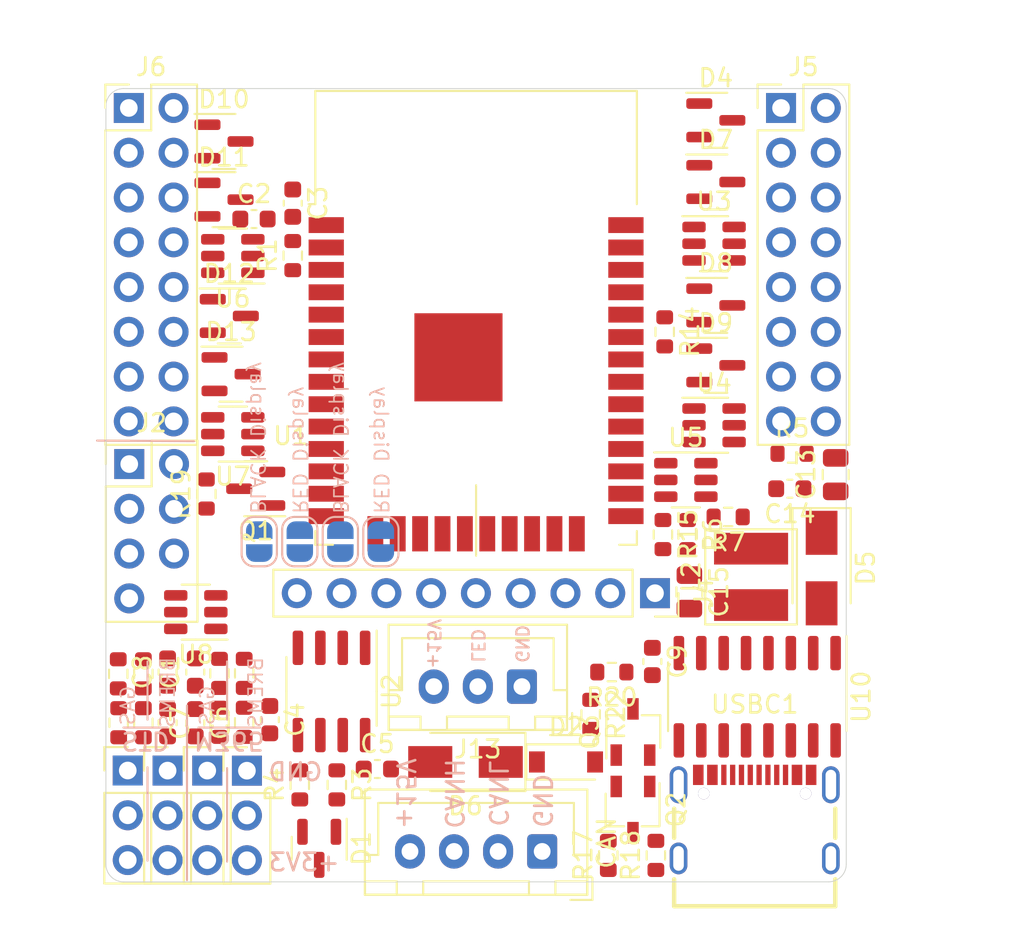
<source format=kicad_pcb>
(kicad_pcb (version 20211014) (generator pcbnew)
  (layers (0 "F.Cu" signal) (31 "B.Cu" signal) (34 "B.Paste" user) (35 "F.Paste" user) (36 "B.SilkS" user "B.Silkscreen") (37 "F.SilkS" user "F.Silkscreen") (38 "B.Mask" user) (39 "F.Mask" user) (44 "Edge.Cuts" user))
  (net 0 "")
  (net 1 "GND")
  (net 2 "+3V3")
  (net 3 "IO0")
  (net 4 "EN")
  (net 5 "ESP_TX")
  (net 6 "ESP_RX")
  (net 7 "TFT_SCLK")
  (net 8 "TFT_MOSI")
  (net 9 "TFT_DC")
  (net 10 "CS")
  (net 11 "RAW_GAS")
  (net 12 "RAW_BREMSE")
  (net 13 "TFT_RESET")
  (net 14 "TFT_LED")
  (net 15 "CAN_RX")
  (net 16 "CAN_TX")
  (net 17 "IO5")
  (net 18 "IO19")
  (net 19 "IO26")
  (net 20 "IO25")
  (net 21 "IO33")
  (net 22 "IO32")
  (net 30 "IN1")
  (net 31 "IN2")
  (net 32 "IN3")
  (net 33 "IN4")
  (net 34 "IO17")
  (net 35 "RAW_M365_GAS")
  (net 36 "RAW_M365_BREMS")
  (net 37 "15V")
  (net 38 "Net-(C5-Pad1)")
  (net 39 "Net-(C9-Pad2)")
  (net 40 "Net-(C14-Pad1)")
  (net 41 "Net-(C14-Pad2)")
  (net 42 "CANH")
  (net 43 "CANL")
  (net 44 "+5V")
  (net 45 "B1")
  (net 46 "B2")
  (net 47 "Net-(D6-Pad2)")
  (net 48 "B3")
  (net 49 "B4")
  (net 50 "B5")
  (net 51 "B6")
  (net 52 "B7")
  (net 53 "B8")
  (net 54 "B9")
  (net 55 "B10")
  (net 56 "B11")
  (net 57 "B12")
  (net 58 "B13")
  (net 59 "B14")
  (net 60 "B15")
  (net 61 "B16")
  (net 62 "Net-(J3-Pad2)")
  (net 63 "Net-(J4-Pad8)")
  (net 64 "TFT_MISO")
  (net 65 "Net-(J7-Pad2)")
  (net 66 "Net-(J8-Pad2)")
  (net 67 "Net-(J10-Pad2)")
  (net 68 "Net-(JP2-Pad2)")
  (net 69 "Net-(JP4-Pad2)")
  (net 70 "Net-(Q1-Pad1)")
  (net 71 "Net-(Q2-Pad1)")
  (net 72 "RTS")
  (net 73 "Net-(Q3-Pad1)")
  (net 74 "DTR")
  (net 75 "Net-(R5-Pad1)")
  (net 76 "Net-(R6-Pad1)")
  (net 77 "Net-(R17-Pad1)")
  (net 78 "Net-(R18-Pad2)")
  (net 80 "USB_DP")
  (net 81 "USB_DN")
  (footprint "RF_Module:ESP32-WROOM-32" (layer "F.Cu") (at 116 44)
    (fp_text reference "U1" (at -10.5 3.7 180) (layer "F.SilkS"))
    (fp_text value "ESP32-WROOM-32")
    (pad "1" smd rect locked (at -8.5 -8.255) (size 2 0.9) (layers "F.Cu" "F.Paste" "F.Mask") (net 1 "GND"))
    (pad "2" smd rect locked (at -8.5 -6.985) (size 2 0.9) (layers "F.Cu" "F.Paste" "F.Mask") (net 2 "+3V3"))
    (pad "3" smd rect locked (at -8.5 -5.715) (size 2 0.9) (layers "F.Cu" "F.Paste" "F.Mask") (net 4 "EN"))
    (pad "4" smd rect locked (at -8.5 -4.445) (size 2 0.9) (layers "F.Cu" "F.Paste" "F.Mask") (net 35 "RAW_M365_GAS"))
    (pad "5" smd rect locked (at -8.5 -3.175) (size 2 0.9) (layers "F.Cu" "F.Paste" "F.Mask") (net 36 "RAW_M365_BREMS"))
    (pad "6" smd rect locked (at -8.5 -1.905) (size 2 0.9) (layers "F.Cu" "F.Paste" "F.Mask") (net 11 "RAW_GAS"))
    (pad "7" smd rect locked (at -8.5 -0.635) (size 2 0.9) (layers "F.Cu" "F.Paste" "F.Mask") (net 12 "RAW_BREMSE"))
    (pad "8" smd rect locked (at -8.5 0.635) (size 2 0.9) (layers "F.Cu" "F.Paste" "F.Mask") (net 22 "IO32"))
    (pad "9" smd rect locked (at -8.5 1.905) (size 2 0.9) (layers "F.Cu" "F.Paste" "F.Mask") (net 21 "IO33"))
    (pad "10" smd rect locked (at -8.5 3.175) (size 2 0.9) (layers "F.Cu" "F.Paste" "F.Mask") (net 20 "IO25"))
    (pad "11" smd rect locked (at -8.5 4.445) (size 2 0.9) (layers "F.Cu" "F.Paste" "F.Mask") (net 19 "IO26"))
    (pad "12" smd rect locked (at -8.5 5.715) (size 2 0.9) (layers "F.Cu" "F.Paste" "F.Mask") (net 32 "IN3"))
    (pad "13" smd rect locked (at -8.5 6.985) (size 2 0.9) (layers "F.Cu" "F.Paste" "F.Mask") (net 10 "CS"))
    (pad "14" smd rect locked (at -8.5 8.255) (size 2 0.9) (layers "F.Cu" "F.Paste" "F.Mask") (net 9 "TFT_DC"))
    (pad "15" smd rect locked (at -5.715 9.255 90) (size 2 0.9) (layers "F.Cu" "F.Paste" "F.Mask") (net 1 "GND"))
    (pad "16" smd rect locked (at -4.445 9.255 90) (size 2 0.9) (layers "F.Cu" "F.Paste" "F.Mask") (net 8 "TFT_MOSI"))
    (pad "17" smd rect locked (at -3.175 9.255 90) (size 2 0.9) (layers "F.Cu" "F.Paste" "F.Mask"))
    (pad "18" smd rect locked (at -1.905 9.255 90) (size 2 0.9) (layers "F.Cu" "F.Paste" "F.Mask"))
    (pad "19" smd rect locked (at -0.635 9.255 90) (size 2 0.9) (layers "F.Cu" "F.Paste" "F.Mask"))
    (pad "20" smd rect locked (at 0.635 9.255 90) (size 2 0.9) (layers "F.Cu" "F.Paste" "F.Mask"))
    (pad "21" smd rect locked (at 1.905 9.255 90) (size 2 0.9) (layers "F.Cu" "F.Paste" "F.Mask"))
    (pad "22" smd rect locked (at 3.175 9.255 90) (size 2 0.9) (layers "F.Cu" "F.Paste" "F.Mask"))
    (pad "23" smd rect locked (at 4.445 9.255 90) (size 2 0.9) (layers "F.Cu" "F.Paste" "F.Mask") (net 7 "TFT_SCLK"))
    (pad "24" smd rect locked (at 5.715 9.255 90) (size 2 0.9) (layers "F.Cu" "F.Paste" "F.Mask") (net 13 "TFT_RESET"))
    (pad "25" smd rect locked (at 8.5 8.255) (size 2 0.9) (layers "F.Cu" "F.Paste" "F.Mask") (net 3 "IO0"))
    (pad "26" smd rect locked (at 8.5 6.985) (size 2 0.9) (layers "F.Cu" "F.Paste" "F.Mask") (net 30 "IN1"))
    (pad "27" smd rect locked (at 8.5 5.715) (size 2 0.9) (layers "F.Cu" "F.Paste" "F.Mask") (net 33 "IN4"))
    (pad "28" smd rect locked (at 8.5 4.445) (size 2 0.9) (layers "F.Cu" "F.Paste" "F.Mask") (net 34 "IO17"))
    (pad "29" smd rect locked (at 8.5 3.175) (size 2 0.9) (layers "F.Cu" "F.Paste" "F.Mask") (net 17 "IO5"))
    (pad "30" smd rect locked (at 8.5 1.905) (size 2 0.9) (layers "F.Cu" "F.Paste" "F.Mask") (net 31 "IN2"))
    (pad "31" smd rect locked (at 8.5 0.635) (size 2 0.9) (layers "F.Cu" "F.Paste" "F.Mask") (net 18 "IO19"))
    (pad "32" smd rect locked (at 8.5 -0.635) (size 2 0.9) (layers "F.Cu" "F.Paste" "F.Mask"))
    (pad "33" smd rect locked (at 8.5 -1.905) (size 2 0.9) (layers "F.Cu" "F.Paste" "F.Mask") (net 16 "CAN_TX"))
    (pad "34" smd rect locked (at 8.5 -3.175) (size 2 0.9) (layers "F.Cu" "F.Paste" "F.Mask") (net 6 "ESP_RX"))
    (pad "35" smd rect locked (at 8.5 -4.445) (size 2 0.9) (layers "F.Cu" "F.Paste" "F.Mask") (net 5 "ESP_TX"))
    (pad "36" smd rect locked (at 8.5 -5.715) (size 2 0.9) (layers "F.Cu" "F.Paste" "F.Mask") (net 15 "CAN_RX"))
    (pad "37" smd rect locked (at 8.5 -6.985) (size 2 0.9) (layers "F.Cu" "F.Paste" "F.Mask") (net 14 "TFT_LED"))
    (pad "38" smd rect locked (at 8.5 -8.255) (size 2 0.9) (layers "F.Cu" "F.Paste" "F.Mask") (net 1 "GND"))
    (pad "39" smd rect locked (at -1 -0.755) (size 5 5) (layers "F.Cu" "F.Paste" "F.Mask") (net 1 "GND"))
  )
  (footprint "Capacitor_SMD:C_0603_1608Metric" (layer "F.Cu") (at 104.3 63.8 -90)
    (fp_text reference "C4" (at 0 -1.43 90) (layer "F.SilkS"))
    (fp_text value "100n")
    (pad "1" smd roundrect (at -0.775 0 270) (size 0.9 0.95) (layers "F.Cu" "F.Paste" "F.Mask") (net 2 "+3V3"))
    (pad "2" smd roundrect (at 0.775 0 270) (size 0.9 0.95) (layers "F.Cu" "F.Paste" "F.Mask") (net 1 "GND"))
  )
  (footprint "Capacitor_SMD:C_0805_2012Metric" (layer "F.Cu") (at 136.4 49.9 90)
    (fp_text reference "C13" (at 0 -1.68 90) (layer "F.SilkS"))
    (fp_text value "22uF")
    (pad "1" smd roundrect (at -0.95 0 90) (size 1 1.45) (layers "F.Cu" "F.Paste" "F.Mask") (net 1 "GND"))
    (pad "2" smd roundrect (at 0.95 0 90) (size 1 1.45) (layers "F.Cu" "F.Paste" "F.Mask") (net 37 "15V"))
  )
  (footprint "Resistor_SMD:R_0603_1608Metric" (layer "F.Cu") (at 133.925 48.7)
    (fp_text reference "R5" (at 0 -1.43) (layer "F.SilkS"))
    (fp_text value "1k")
    (pad "1" smd roundrect (at -0.825 0) (size 0.8 0.95) (layers "F.Cu" "F.Paste" "F.Mask") (net 75 "Net-(R5-Pad1)"))
    (pad "2" smd roundrect (at 0.825 0) (size 0.8 0.95) (layers "F.Cu" "F.Paste" "F.Mask") (net 37 "15V"))
  )
  (footprint "Connector_PinHeader_2.54mm:PinHeader_1x03_P2.54mm_Vertical" (layer "F.Cu") (at 96.24 66.685)
    (fp_text reference "J3" hide)
    (fp_text value "GAS")
    (pad "1" thru_hole rect (at 0 0) (size 1.7 1.7) (drill 1) (layers *.Cu *.Mask) (net 1 "GND"))
    (pad "2" thru_hole oval (at 0 2.54) (size 1.7 1.7) (drill 1) (layers *.Cu *.Mask) (net 62 "Net-(J3-Pad2)"))
    (pad "3" thru_hole oval (at 0 5.08) (size 1.7 1.7) (drill 1) (layers *.Cu *.Mask) (net 2 "+3V3"))
  )
  (footprint "Package_TO_SOT_SMD:SOT-23" (layer "F.Cu") (at 102 40.9)
    (fp_text reference "D12" (at 0 -2.4) (layer "F.SilkS"))
    (fp_text value "BAV99")
    (pad "1" smd roundrect (at -0.9375 -0.95) (size 1.475 0.6) (layers "F.Cu" "F.Paste" "F.Mask") (net 58 "B13"))
    (pad "2" smd roundrect (at -0.9375 0.95) (size 1.475 0.6) (layers "F.Cu" "F.Paste" "F.Mask") (net 59 "B14"))
    (pad "3" smd roundrect (at 0.9375 0) (size 1.475 0.6) (layers "F.Cu" "F.Paste" "F.Mask") (net 18 "IO19"))
  )
  (footprint "Capacitor_SMD:C_0805_2012Metric" (layer "F.Cu") (at 128.1 56.549998 -90)
    (fp_text reference "C15" (at 0 -1.68 90) (layer "F.SilkS"))
    (fp_text value "22uF")
    (pad "1" smd roundrect (at -0.95 0 270) (size 1 1.45) (layers "F.Cu" "F.Paste" "F.Mask") (net 1 "GND"))
    (pad "2" smd roundrect (at 0.95 0 270) (size 1 1.45) (layers "F.Cu" "F.Paste" "F.Mask") (net 2 "+3V3"))
  )
  (footprint "Package_TO_SOT_SMD:TSOT-23" (layer "F.Cu") (at 124.9 64.5 90)
    (fp_text reference "Q3" (at 0 -2.45 90) (layer "F.SilkS"))
    (fp_text value "SS8050_C2150")
    (pad "1" smd rect (at -1.31 -0.95 90) (size 1.22 0.65) (layers "F.Cu" "F.Paste" "F.Mask") (net 73 "Net-(Q3-Pad1)"))
    (pad "2" smd rect (at -1.31 0.95 90) (size 1.22 0.65) (layers "F.Cu" "F.Paste" "F.Mask") (net 3 "IO0"))
    (pad "3" smd rect (at 1.31 0 90) (size 1.22 0.65) (layers "F.Cu" "F.Paste" "F.Mask") (net 74 "DTR"))
  )
  (footprint "Resistor_SMD:R_0603_1608Metric" (layer "F.Cu") (at 126.2 71.5 90)
    (fp_text reference "R18" (at 0 -1.43 90) (layer "F.SilkS"))
    (fp_text value "5k1")
    (pad "1" smd roundrect (at -0.825 0 90) (size 0.8 0.95) (layers "F.Cu" "F.Paste" "F.Mask") (net 1 "GND"))
    (pad "2" smd roundrect (at 0.825 0 90) (size 0.8 0.95) (layers "F.Cu" "F.Paste" "F.Mask") (net 78 "Net-(R18-Pad2)"))
  )
  (footprint "Package_TO_SOT_SMD:SOT-23-6" (layer "F.Cu") (at 102.2 37.5 180)
    (fp_text reference "U6" (at 0 -2.4) (layer "F.SilkS"))
    (fp_text value "USBLC6-4SC6")
    (pad "1" smd roundrect (at -1.1375 -0.95 180) (size 1.325 0.6) (layers "F.Cu" "F.Paste" "F.Mask") (net 54 "B9"))
    (pad "2" smd roundrect (at -1.1375 0 180) (size 1.325 0.6) (layers "F.Cu" "F.Paste" "F.Mask") (net 1 "GND"))
    (pad "3" smd roundrect (at -1.1375 0.95 180) (size 1.325 0.6) (layers "F.Cu" "F.Paste" "F.Mask") (net 55 "B10"))
    (pad "4" smd roundrect (at 1.1375 0.95 180) (size 1.325 0.6) (layers "F.Cu" "F.Paste" "F.Mask") (net 56 "B11"))
    (pad "5" smd roundrect (at 1.1375 0 180) (size 1.325 0.6) (layers "F.Cu" "F.Paste" "F.Mask") (net 2 "+3V3"))
    (pad "6" smd roundrect (at 1.1375 -0.95 180) (size 1.325 0.6) (layers "F.Cu" "F.Paste" "F.Mask") (net 57 "B12"))
  )
  (footprint "Resistor_SMD:R_0603_1608Metric" (layer "F.Cu") (at 102.845 61.175 90)
    (fp_text reference "R10" hide)
    (fp_text value "100k")
    (pad "1" smd roundrect (at -0.825 0 90) (size 0.8 0.95) (layers "F.Cu" "F.Paste" "F.Mask") (net 36 "RAW_M365_BREMS"))
    (pad "2" smd roundrect (at 0.825 0 90) (size 0.8 0.95) (layers "F.Cu" "F.Paste" "F.Mask") (net 1 "GND"))
  )
  (footprint "Resistor_SMD:R_0603_1608Metric" (layer "F.Cu") (at 101.445 63.95 -90)
    (fp_text reference "R11" hide)
    (fp_text value "100r")
    (pad "1" smd roundrect (at -0.825 0 270) (size 0.8 0.95) (layers "F.Cu" "F.Paste" "F.Mask") (net 35 "RAW_M365_GAS"))
    (pad "2" smd roundrect (at 0.825 0 270) (size 0.8 0.95) (layers "F.Cu" "F.Paste" "F.Mask") (net 66 "Net-(J8-Pad2)"))
  )
  (footprint "Connector_PinHeader_2.54mm:PinHeader_1x03_P2.54mm_Vertical" (layer "F.Cu") (at 100.75 66.69)
    (fp_text reference "J8" hide)
    (fp_text value "GAS")
    (pad "1" thru_hole rect (at 0 0) (size 1.7 1.7) (drill 1) (layers *.Cu *.Mask) (net 1 "GND"))
    (pad "2" thru_hole oval (at 0 2.54) (size 1.7 1.7) (drill 1) (layers *.Cu *.Mask) (net 66 "Net-(J8-Pad2)"))
    (pad "3" thru_hole oval (at 0 5.08) (size 1.7 1.7) (drill 1) (layers *.Cu *.Mask) (net 2 "+3V3"))
  )
  (footprint "Capacitor_SMD:C_0603_1608Metric" (layer "F.Cu") (at 105.6 34.5 -90)
    (fp_text reference "C3" (at 0 -1.43 90) (layer "F.SilkS"))
    (fp_text value "100n")
    (pad "1" smd roundrect (at -0.775 0 270) (size 0.9 0.95) (layers "F.Cu" "F.Paste" "F.Mask") (net 1 "GND"))
    (pad "2" smd roundrect (at 0.775 0 270) (size 0.9 0.95) (layers "F.Cu" "F.Paste" "F.Mask") (net 2 "+3V3"))
  )
  (footprint "Connector_PinHeader_2.54mm:PinHeader_2x08_P2.54mm_Vertical" (layer "F.Cu") (at 96.3 29.1)
    (fp_text reference "J6" (at 1.27 -2.33) (layer "F.SilkS"))
    (fp_text value "Conn_02x08_Odd_Even")
    (pad "1" thru_hole rect (at 0 0) (size 1.7 1.7) (drill 1) (layers *.Cu *.Mask) (net 32 "IN3"))
    (pad "2" thru_hole oval (at 2.54 0) (size 1.7 1.7) (drill 1) (layers *.Cu *.Mask) (net 54 "B9"))
    (pad "3" thru_hole oval (at 0 2.54) (size 1.7 1.7) (drill 1) (layers *.Cu *.Mask) (net 32 "IN3"))
    (pad "4" thru_hole oval (at 2.54 2.54) (size 1.7 1.7) (drill 1) (layers *.Cu *.Mask) (net 55 "B10"))
    (pad "5" thru_hole oval (at 0 5.08) (size 1.7 1.7) (drill 1) (layers *.Cu *.Mask) (net 32 "IN3"))
    (pad "6" thru_hole oval (at 2.54 5.08) (size 1.7 1.7) (drill 1) (layers *.Cu *.Mask) (net 56 "B11"))
    (pad "7" thru_hole oval (at 0 7.62) (size 1.7 1.7) (drill 1) (layers *.Cu *.Mask) (net 32 "IN3"))
    (pad "8" thru_hole oval (at 2.54 7.62) (size 1.7 1.7) (drill 1) (layers *.Cu *.Mask) (net 57 "B12"))
    (pad "9" thru_hole oval (at 0 10.16) (size 1.7 1.7) (drill 1) (layers *.Cu *.Mask) (net 33 "IN4"))
    (pad "10" thru_hole oval (at 2.54 10.16) (size 1.7 1.7) (drill 1) (layers *.Cu *.Mask) (net 58 "B13"))
    (pad "11" thru_hole oval (at 0 12.7) (size 1.7 1.7) (drill 1) (layers *.Cu *.Mask) (net 33 "IN4"))
    (pad "12" thru_hole oval (at 2.54 12.7) (size 1.7 1.7) (drill 1) (layers *.Cu *.Mask) (net 59 "B14"))
    (pad "13" thru_hole oval (at 0 15.24) (size 1.7 1.7) (drill 1) (layers *.Cu *.Mask) (net 33 "IN4"))
    (pad "14" thru_hole oval (at 2.54 15.24) (size 1.7 1.7) (drill 1) (layers *.Cu *.Mask) (net 60 "B15"))
    (pad "15" thru_hole oval (at 0 17.78) (size 1.7 1.7) (drill 1) (layers *.Cu *.Mask) (net 33 "IN4"))
    (pad "16" thru_hole oval (at 2.54 17.78) (size 1.7 1.7) (drill 1) (layers *.Cu *.Mask) (net 61 "B16"))
  )
  (footprint "Package_TO_SOT_SMD:SOT-23" (layer "F.Cu") (at 101.7 34.3)
    (fp_text reference "D11" (at 0 -2.4) (layer "F.SilkS"))
    (fp_text value "BAV99")
    (pad "1" smd roundrect (at -0.9375 -0.95) (size 1.475 0.6) (layers "F.Cu" "F.Paste" "F.Mask") (net 56 "B11"))
    (pad "2" smd roundrect (at -0.9375 0.95) (size 1.475 0.6) (layers "F.Cu" "F.Paste" "F.Mask") (net 57 "B12"))
    (pad "3" smd roundrect (at 0.9375 0) (size 1.475 0.6) (layers "F.Cu" "F.Paste" "F.Mask") (net 17 "IO5"))
  )
  (footprint "boardcomputer:PinHeader_2x04_P2.54mm_Vertical_7Pin" (layer "F.Cu") (at 96.325 49.3)
    (fp_text reference "J2" (at 1.27 -2.33) (layer "F.SilkS"))
    (fp_text value "IO2")
    (pad "1" thru_hole rect (at 0 0) (size 1.7 1.7) (drill 1) (layers *.Cu *.Mask) (net 2 "+3V3"))
    (pad "2" thru_hole oval (at 2.54 0) (size 1.7 1.7) (drill 1) (layers *.Cu *.Mask) (net 22 "IO32"))
    (pad "3" thru_hole oval (at 0 2.54) (size 1.7 1.7) (drill 1) (layers *.Cu *.Mask) (net 21 "IO33"))
    (pad "4" thru_hole oval (at 2.54 2.54) (size 1.7 1.7) (drill 1) (layers *.Cu *.Mask) (net 20 "IO25"))
    (pad "5" thru_hole oval (at 0 5.08) (size 1.7 1.7) (drill 1) (layers *.Cu *.Mask) (net 19 "IO26"))
    (pad "6" thru_hole oval (at 2.54 5.08) (size 1.7 1.7) (drill 1) (layers *.Cu *.Mask) (net 34 "IO17"))
    (pad "7" thru_hole oval (at 0 7.62) (size 1.7 1.7) (drill 1) (layers *.Cu *.Mask) (net 1 "GND"))
  )
  (footprint "Diode_SMD:D_SMA" (layer "F.Cu") (at 135.6 55.2 -90)
    (fp_text reference "D5" (at 0 -2.5 90) (layer "F.SilkS"))
    (fp_text value "B230A")
    (pad "1" smd rect (at -2 0 270) (size 2.5 1.8) (layers "F.Cu" "F.Paste" "F.Mask") (net 40 "Net-(C14-Pad1)"))
    (pad "2" smd rect (at 2 0 270) (size 2.5 1.8) (layers "F.Cu" "F.Paste" "F.Mask") (net 1 "GND"))
  )
  (footprint "Resistor_SMD:R_0603_1608Metric" (layer "F.Cu") (at 95.725 63.975 -90)
    (fp_text reference "R2" hide)
    (fp_text value "100r")
    (pad "1" smd roundrect (at -0.825 0 270) (size 0.8 0.95) (layers "F.Cu" "F.Paste" "F.Mask") (net 11 "RAW_GAS"))
    (pad "2" smd roundrect (at 0.825 0 270) (size 0.8 0.95) (layers "F.Cu" "F.Paste" "F.Mask") (net 62 "Net-(J3-Pad2)"))
  )
  (footprint "Capacitor_SMD:C_0603_1608Metric" (layer "F.Cu") (at 98.5 63.975 -90)
    (fp_text reference "C7" (at 0 -0.7 90) (layer "F.SilkS"))
    (fp_text value "100n")
    (pad "1" smd roundrect (at -0.775 0 270) (size 0.9 0.95) (layers "F.Cu" "F.Paste" "F.Mask") (net 1 "GND"))
    (pad "2" smd roundrect (at 0.775 0 270) (size 0.9 0.95) (layers "F.Cu" "F.Paste" "F.Mask") (net 11 "RAW_GAS"))
  )
  (footprint "Package_TO_SOT_SMD:SOT-23" (layer "F.Cu") (at 129.6 29.8)
    (fp_text reference "D4" (at 0 -2.4) (layer "F.SilkS"))
    (fp_text value "BAV99")
    (pad "1" smd roundrect (at -0.9375 -0.95) (size 1.475 0.6) (layers "F.Cu" "F.Paste" "F.Mask") (net 45 "B1"))
    (pad "2" smd roundrect (at -0.9375 0.95) (size 1.475 0.6) (layers "F.Cu" "F.Paste" "F.Mask") (net 46 "B2"))
    (pad "3" smd roundrect (at 0.9375 0) (size 1.475 0.6) (layers "F.Cu" "F.Paste" "F.Mask") (net 18 "IO19"))
  )
  (footprint "Package_TO_SOT_SMD:SOT-23" (layer "F.Cu") (at 102.1 44.2)
    (fp_text reference "D13" (at 0 -2.4) (layer "F.SilkS"))
    (fp_text value "BAV99")
    (pad "1" smd roundrect (at -0.9375 -0.95) (size 1.475 0.6) (layers "F.Cu" "F.Paste" "F.Mask") (net 60 "B15"))
    (pad "2" smd roundrect (at -0.9375 0.95) (size 1.475 0.6) (layers "F.Cu" "F.Paste" "F.Mask") (net 61 "B16"))
    (pad "3" smd roundrect (at 0.9375 0) (size 1.475 0.6) (layers "F.Cu" "F.Paste" "F.Mask") (net 17 "IO5"))
  )
  (footprint "Diode_SMD:D_SMA" (layer "F.Cu") (at 115.4 66.2 180)
    (fp_text reference "D6" (at 0 -2.5) (layer "F.SilkS"))
    (fp_text value "B230A")
    (pad "1" smd rect (at -2 0 180) (size 2.5 1.8) (layers "F.Cu" "F.Paste" "F.Mask") (net 37 "15V"))
    (pad "2" smd rect (at 2 0 180) (size 2.5 1.8) (layers "F.Cu" "F.Paste" "F.Mask") (net 47 "Net-(D6-Pad2)"))
  )
  (footprint "Resistor_SMD:R_0603_1608Metric" (layer "F.Cu") (at 126.7 41.8 -90)
    (fp_text reference "R14" (at 0 -1.43 90) (layer "F.SilkS"))
    (fp_text value "1k")
    (pad "1" smd roundrect (at -0.825 0 270) (size 0.8 0.95) (layers "F.Cu" "F.Paste" "F.Mask") (net 6 "ESP_RX"))
    (pad "2" smd roundrect (at 0.825 0 270) (size 0.8 0.95) (layers "F.Cu" "F.Paste" "F.Mask") (net 2 "+3V3"))
  )
  (footprint "Resistor_SMD:R_0603_1608Metric" (layer "F.Cu") (at 123.5 71.5 90)
    (fp_text reference "R17" (at 0 -1.43 90) (layer "F.SilkS"))
    (fp_text value "5k1")
    (pad "1" smd roundrect (at -0.825 0 90) (size 0.8 0.95) (layers "F.Cu" "F.Paste" "F.Mask") (net 77 "Net-(R17-Pad1)"))
    (pad "2" smd roundrect (at 0.825 0 90) (size 0.8 0.95) (layers "F.Cu" "F.Paste" "F.Mask") (net 1 "GND"))
  )
  (footprint "Package_TO_SOT_SMD:SOT-23-6" (layer "F.Cu") (at 129.5 36.8)
    (fp_text reference "U3" (at 0 -2.4) (layer "F.SilkS"))
    (fp_text value "USBLC6-4SC6")
    (pad "1" smd roundrect (at -1.1375 -0.95) (size 1.325 0.6) (layers "F.Cu" "F.Paste" "F.Mask") (net 45 "B1"))
    (pad "2" smd roundrect (at -1.1375 0) (size 1.325 0.6) (layers "F.Cu" "F.Paste" "F.Mask") (net 1 "GND"))
    (pad "3" smd roundrect (at -1.1375 0.95) (size 1.325 0.6) (layers "F.Cu" "F.Paste" "F.Mask") (net 46 "B2"))
    (pad "4" smd roundrect (at 1.1375 0.95) (size 1.325 0.6) (layers "F.Cu" "F.Paste" "F.Mask") (net 48 "B3"))
    (pad "5" smd roundrect (at 1.1375 0) (size 1.325 0.6) (layers "F.Cu" "F.Paste" "F.Mask") (net 2 "+3V3"))
    (pad "6" smd roundrect (at 1.1375 -0.95) (size 1.325 0.6) (layers "F.Cu" "F.Paste" "F.Mask") (net 49 "B4"))
  )
  (footprint "Package_TO_SOT_SMD:SOT-23" (layer "F.Cu") (at 129.6 33.3)
    (fp_text reference "D7" (at 0 -2.4) (layer "F.SilkS"))
    (fp_text value "BAV99")
    (pad "1" smd roundrect (at -0.9375 -0.95) (size 1.475 0.6) (layers "F.Cu" "F.Paste" "F.Mask") (net 48 "B3"))
    (pad "2" smd roundrect (at -0.9375 0.95) (size 1.475 0.6) (layers "F.Cu" "F.Paste" "F.Mask") (net 49 "B4"))
    (pad "3" smd roundrect (at 0.9375 0) (size 1.475 0.6) (layers "F.Cu" "F.Paste" "F.Mask") (net 17 "IO5"))
  )
  (footprint "Capacitor_SMD:C_0603_1608Metric" (layer "F.Cu") (at 110.4 66.6)
    (fp_text reference "C5" (at 0 -1.43) (layer "F.SilkS"))
    (fp_text value "100n")
    (pad "1" smd roundrect (at -0.775 0) (size 0.9 0.95) (layers "F.Cu" "F.Paste" "F.Mask") (net 38 "Net-(C5-Pad1)"))
    (pad "2" smd roundrect (at 0.775 0) (size 0.9 0.95) (layers "F.Cu" "F.Paste" "F.Mask") (net 1 "GND"))
  )
  (footprint "Capacitor_SMD:C_0603_1608Metric" (layer "F.Cu") (at 103.4 35.4)
    (fp_text reference "C2" (at 0 -1.43) (layer "F.SilkS"))
    (fp_text value "10u")
    (pad "1" smd roundrect (at -0.775 0) (size 0.9 0.95) (layers "F.Cu" "F.Paste" "F.Mask") (net 1 "GND"))
    (pad "2" smd roundrect (at 0.775 0) (size 0.9 0.95) (layers "F.Cu" "F.Paste" "F.Mask") (net 2 "+3V3"))
  )
  (footprint "Resistor_SMD:R_0603_1608Metric" (layer "F.Cu") (at 128 53.3 -90)
    (fp_text reference "R6" (at 0 -1.43 90) (layer "F.SilkS"))
    (fp_text value "49.9k")
    (pad "1" smd roundrect (at -0.825 0 270) (size 0.8 0.95) (layers "F.Cu" "F.Paste" "F.Mask") (net 76 "Net-(R6-Pad1)"))
    (pad "2" smd roundrect (at 0.825 0 270) (size 0.8 0.95) (layers "F.Cu" "F.Paste" "F.Mask") (net 2 "+3V3"))
  )
  (footprint "Capacitor_SMD:C_0603_1608Metric" (layer "F.Cu") (at 100.07 63.975 -90)
    (fp_text reference "C6" (at 0 -1.43 90) (layer "F.SilkS"))
    (fp_text value "100n")
    (pad "1" smd roundrect (at -0.775 0 270) (size 0.9 0.95) (layers "F.Cu" "F.Paste" "F.Mask") (net 1 "GND"))
    (pad "2" smd roundrect (at 0.775 0 270) (size 0.9 0.95) (layers "F.Cu" "F.Paste" "F.Mask") (net 36 "RAW_M365_BREMS"))
  )
  (footprint "Resistor_SMD:R_0603_1608Metric" (layer "F.Cu") (at 108.1 67.5 -90)
    (fp_text reference "R3" (at 0 -1.43 90) (layer "F.SilkS"))
    (fp_text value "56R")
    (pad "1" smd roundrect (at -0.825 0 270) (size 0.8 0.95) (layers "F.Cu" "F.Paste" "F.Mask") (net 42 "CANH"))
    (pad "2" smd roundrect (at 0.825 0 270) (size 0.8 0.95) (layers "F.Cu" "F.Paste" "F.Mask") (net 38 "Net-(C5-Pad1)"))
  )
  (footprint "Resistor_SMD:R_0603_1608Metric" (layer "F.Cu") (at 97.125 63.975 -90)
    (fp_text reference "R9" hide)
    (fp_text value "100r")
    (pad "1" smd roundrect (at -0.825 0 270) (size 0.8 0.95) (layers "F.Cu" "F.Paste" "F.Mask") (net 12 "RAW_BREMSE"))
    (pad "2" smd roundrect (at 0.825 0 270) (size 0.8 0.95) (layers "F.Cu" "F.Paste" "F.Mask") (net 65 "Net-(J7-Pad2)"))
  )
  (footprint "Connector_PinHeader_2.54mm:PinHeader_1x03_P2.54mm_Vertical" (layer "F.Cu") (at 98.5 66.69)
    (fp_text reference "J7" hide)
    (fp_text value "BREMSE")
    (pad "1" thru_hole rect (at 0 0) (size 1.7 1.7) (drill 1) (layers *.Cu *.Mask) (net 1 "GND"))
    (pad "2" thru_hole oval (at 0 2.54) (size 1.7 1.7) (drill 1) (layers *.Cu *.Mask) (net 65 "Net-(J7-Pad2)"))
    (pad "3" thru_hole oval (at 0 5.08) (size 1.7 1.7) (drill 1) (layers *.Cu *.Mask) (net 2 "+3V3"))
  )
  (footprint "Capacitor_SMD:C_0603_1608Metric" (layer "F.Cu") (at 100.07 61.1 90)
    (fp_text reference "C1" (at 0 -1.43 90) (layer "F.SilkS"))
    (fp_text value "100n")
    (pad "1" smd roundrect (at -0.775 0 90) (size 0.9 0.95) (layers "F.Cu" "F.Paste" "F.Mask") (net 1 "GND"))
    (pad "2" smd roundrect (at 0.775 0 90) (size 0.9 0.95) (layers "F.Cu" "F.Paste" "F.Mask") (net 35 "RAW_M365_GAS"))
  )
  (footprint "Capacitor_SMD:C_0603_1608Metric" (layer "F.Cu") (at 126 60.5 -90)
    (fp_text reference "C9" (at 0 -1.43 90) (layer "F.SilkS"))
    (fp_text value "100n")
    (pad "1" smd roundrect (at -0.775 0 270) (size 0.9 0.95) (layers "F.Cu" "F.Paste" "F.Mask") (net 1 "GND"))
    (pad "2" smd roundrect (at 0.775 0 270) (size 0.9 0.95) (layers "F.Cu" "F.Paste" "F.Mask") (net 39 "Net-(C9-Pad2)"))
  )
  (footprint "Package_SO:SOIC-8_3.9x4.9mm_P1.27mm" (layer "F.Cu") (at 107.8 62.2 -90)
    (fp_text reference "U2" (at 0 -3.4 90) (layer "F.SilkS"))
    (fp_text value "SN65HVD231")
    (pad "1" smd roundrect (at -2.475 -1.905 270) (size 1.95 0.6) (layers "F.Cu" "F.Paste" "F.Mask") (net 16 "CAN_TX"))
    (pad "2" smd roundrect (at -2.475 -0.635 270) (size 1.95 0.6) (layers "F.Cu" "F.Paste" "F.Mask") (net 1 "GND"))
    (pad "3" smd roundrect (at -2.475 0.635 270) (size 1.95 0.6) (layers "F.Cu" "F.Paste" "F.Mask") (net 2 "+3V3"))
    (pad "4" smd roundrect (at -2.475 1.905 270) (size 1.95 0.6) (layers "F.Cu" "F.Paste" "F.Mask") (net 15 "CAN_RX"))
    (pad "5" smd roundrect (at 2.475 1.905 270) (size 1.95 0.6) (layers "F.Cu" "F.Paste" "F.Mask"))
    (pad "6" smd roundrect (at 2.475 0.635 270) (size 1.95 0.6) (layers "F.Cu" "F.Paste" "F.Mask") (net 43 "CANL"))
    (pad "7" smd roundrect (at 2.475 -0.635 270) (size 1.95 0.6) (layers "F.Cu" "F.Paste" "F.Mask") (net 42 "CANH"))
    (pad "8" smd roundrect (at 2.475 -1.905 270) (size 1.95 0.6) (layers "F.Cu" "F.Paste" "F.Mask") (net 1 "GND"))
  )
  (footprint "Resistor_SMD:R_0603_1608Metric" (layer "F.Cu") (at 102.845 63.95 -90)
    (fp_text reference "R12" hide)
    (fp_text value "100r")
    (pad "1" smd roundrect (at -0.825 0 270) (size 0.8 0.95) (layers "F.Cu" "F.Paste" "F.Mask") (net 36 "RAW_M365_BREMS"))
    (pad "2" smd roundrect (at 0.825 0 270) (size 0.8 0.95) (layers "F.Cu" "F.Paste" "F.Mask") (net 67 "Net-(J10-Pad2)"))
  )
  (footprint "Package_TO_SOT_SMD:SOT-23-6" (layer "F.Cu") (at 127.9 50.2)
    (fp_text reference "U5" (at 0 -2.4) (layer "F.SilkS"))
    (fp_text value "MPM2359")
    (pad "1" smd roundrect (at -1.1375 -0.95) (size 1.325 0.6) (layers "F.Cu" "F.Paste" "F.Mask") (net 41 "Net-(C14-Pad2)"))
    (pad "2" smd roundrect (at -1.1375 0) (size 1.325 0.6) (layers "F.Cu" "F.Paste" "F.Mask") (net 1 "GND"))
    (pad "3" smd roundrect (at -1.1375 0.95) (size 1.325 0.6) (layers "F.Cu" "F.Paste" "F.Mask") (net 76 "Net-(R6-Pad1)"))
    (pad "4" smd roundrect (at 1.1375 0.95) (size 1.325 0.6) (layers "F.Cu" "F.Paste" "F.Mask") (net 75 "Net-(R5-Pad1)"))
    (pad "5" smd roundrect (at 1.1375 0) (size 1.325 0.6) (layers "F.Cu" "F.Paste" "F.Mask") (net 37 "15V"))
    (pad "6" smd roundrect (at 1.1375 -0.95) (size 1.325 0.6) (layers "F.Cu" "F.Paste" "F.Mask") (net 40 "Net-(C14-Pad1)"))
  )
  (footprint "Package_TO_SOT_SMD:SOT-23" (layer "F.Cu") (at 129.6 43.7)
    (fp_text reference "D9" (at 0 -2.4) (layer "F.SilkS"))
    (fp_text value "BAV99")
    (pad "1" smd roundrect (at -0.9375 -0.95) (size 1.475 0.6) (layers "F.Cu" "F.Paste" "F.Mask") (net 52 "B7"))
    (pad "2" smd roundrect (at -0.9375 0.95) (size 1.475 0.6) (layers "F.Cu" "F.Paste" "F.Mask") (net 53 "B8"))
    (pad "3" smd roundrect (at 0.9375 0) (size 1.475 0.6) (layers "F.Cu" "F.Paste" "F.Mask") (net 17 "IO5"))
  )
  (footprint "Capacitor_SMD:C_0603_1608Metric" (layer "F.Cu") (at 98.5 61.1 90)
    (fp_text reference "C8" (at 0 -1.43 90) (layer "F.SilkS"))
    (fp_text value "100n")
    (pad "1" smd roundrect (at -0.775 0 90) (size 0.9 0.95) (layers "F.Cu" "F.Paste" "F.Mask") (net 1 "GND"))
    (pad "2" smd roundrect (at 0.775 0 90) (size 0.9 0.95) (layers "F.Cu" "F.Paste" "F.Mask") (net 12 "RAW_BREMSE"))
  )
  (footprint "Resistor_SMD:R_0603_1608Metric" (layer "F.Cu") (at 101.445 61.175 90)
    (fp_text reference "R8" hide)
    (fp_text value "100k")
    (pad "1" smd roundrect (at -0.825 0 90) (size 0.8 0.95) (layers "F.Cu" "F.Paste" "F.Mask") (net 35 "RAW_M365_GAS"))
    (pad "2" smd roundrect (at 0.825 0 90) (size 0.8 0.95) (layers "F.Cu" "F.Paste" "F.Mask") (net 1 "GND"))
  )
  (footprint "Resistor_SMD:R_0603_1608Metric" (layer "F.Cu") (at 100.7 51 90)
    (fp_text reference "R19" (at 0 -1.43 90) (layer "F.SilkS"))
    (fp_text value "2k2")
    (pad "1" smd roundrect (at -0.825 0 90) (size 0.8 0.95) (layers "F.Cu" "F.Paste" "F.Mask") (net 70 "Net-(Q1-Pad1)"))
    (pad "2" smd roundrect (at 0.825 0 90) (size 0.8 0.95) (layers "F.Cu" "F.Paste" "F.Mask") (net 2 "+3V3"))
  )
  (footprint "usb_c_bobby:USB-C-SMD_MC-311D" (layer "F.Cu") (at 131.805 69.3025)
    (fp_text reference "USBC1" (at 0 -6.37) (layer "F.SilkS"))
    (fp_text value "MC-311D")
    (pad "" thru_hole circle locked (at 2.89 -1.31) (size 0.65 0.65) (drill 0.65) (layers *.Cu *.Mask))
    (pad "" thru_hole circle locked (at -2.89 -1.31) (size 0.65 0.65) (drill 0.65) (layers *.Cu *.Mask))
    (pad "1" thru_hole oval locked (at -4.32 -1.81) (size 1 2.1) (drill oval 0.599999 1.700022) (layers *.Cu *.Paste *.Mask) (net 1 "GND"))
    (pad "2" thru_hole oval locked (at -4.32 2.37) (size 1 1.8) (drill oval 0.599999 1.399997) (layers *.Cu *.Paste *.Mask) (net 1 "GND"))
    (pad "3" thru_hole oval locked (at 4.32 2.37) (size 1 1.8) (drill oval 0.599999 1.399997) (layers *.Cu *.Paste *.Mask) (net 1 "GND"))
    (pad "4" thru_hole oval locked (at 4.32 -1.81) (size 1 2.1) (drill oval 0.599999 1.699997) (layers *.Cu *.Paste *.Mask) (net 1 "GND"))
    (pad "A1-B12" smd rect locked (at -3.2 -2.37) (size 0.6 1.15) (layers "F.Cu" "F.Paste" "F.Mask") (net 1 "GND"))
    (pad "A4-B9" smd rect locked (at -2.4 -2.37) (size 0.6 1.15) (layers "F.Cu" "F.Paste" "F.Mask") (net 44 "+5V"))
    (pad "A5" smd rect locked (at -1.25 -2.37) (size 0.3 1.15) (layers "F.Cu" "F.Paste" "F.Mask") (net 77 "Net-(R17-Pad1)"))
    (pad "A6" smd rect locked (at -0.25 -2.37) (size 0.3 1.15) (layers "F.Cu" "F.Paste" "F.Mask") (net 80 "USB_DP"))
    (pad "A7" smd rect locked (at 0.25 -2.37) (size 0.3 1.15) (layers "F.Cu" "F.Paste" "F.Mask") (net 81 "USB_DN"))
    (pad "A8" smd rect locked (at 1.25 -2.37) (size 0.3 1.15) (layers "F.Cu" "F.Paste" "F.Mask"))
    (pad "B1-A12" smd rect locked (at 3.2 -2.37) (size 0.6 1.15) (layers "F.Cu" "F.Paste" "F.Mask") (net 1 "GND"))
    (pad "B4-A9" smd rect locked (at 2.4 -2.37) (size 0.6 1.15) (layers "F.Cu" "F.Paste" "F.Mask") (net 44 "+5V"))
    (pad "B5" smd rect locked (at 1.75 -2.37) (size 0.3 1.15) (layers "F.Cu" "F.Paste" "F.Mask") (net 78 "Net-(R18-Pad2)"))
    (pad "B6" smd rect locked (at 0.75 -2.37) (size 0.3 1.15) (layers "F.Cu" "F.Paste" "F.Mask") (net 80 "USB_DP"))
    (pad "B7" smd rect locked (at -0.75 -2.37) (size 0.3 1.15) (layers "F.Cu" "F.Paste" "F.Mask") (net 81 "USB_DN"))
    (pad "B8" smd rect locked (at -1.75 -2.37) (size 0.3 1.15) (layers "F.Cu" "F.Paste" "F.Mask"))
  )
  (footprint "Resistor_SMD:R_0603_1608Metric" (layer "F.Cu") (at 126.6 53.3 -90)
    (fp_text reference "R15" (at 0 -1.43 90) (layer "F.SilkS"))
    (fp_text value "10k")
    (pad "1" smd roundrect (at -0.825 0 270) (size 0.8 0.95) (layers "F.Cu" "F.Paste" "F.Mask") (net 3 "IO0"))
    (pad "2" smd roundrect (at 0.825 0 270) (size 0.8 0.95) (layers "F.Cu" "F.Paste" "F.Mask") (net 2 "+3V3"))
  )
  (footprint "Resistor_SMD:R_0603_1608Metric" (layer "F.Cu") (at 105.6 37.475001 90)
    (fp_text reference "R1" (at 0 -1.43 90) (layer "F.SilkS"))
    (fp_text value "10k")
    (pad "1" smd roundrect (at -0.825 0 90) (size 0.8 0.95) (layers "F.Cu" "F.Paste" "F.Mask") (net 4 "EN"))
    (pad "2" smd roundrect (at 0.825 0 90) (size 0.8 0.95) (layers "F.Cu" "F.Paste" "F.Mask") (net 2 "+3V3"))
  )
  (footprint "Resistor_SMD:R_0603_1608Metric" (layer "F.Cu") (at 95.7 61.2 90)
    (fp_text reference "R13" hide)
    (fp_text value "100k")
    (pad "1" smd roundrect (at -0.825 0 90) (size 0.8 0.95) (layers "F.Cu" "F.Paste" "F.Mask") (net 11 "RAW_GAS"))
    (pad "2" smd roundrect (at 0.825 0 90) (size 0.8 0.95) (layers "F.Cu" "F.Paste" "F.Mask") (net 1 "GND"))
  )
  (footprint "Package_SO:SOIC-16_3.9x9.9mm_P1.27mm" (layer "F.Cu") (at 131.95 62.5 -90)
    (fp_text reference "U10" (at 0 -5.9 90) (layer "F.SilkS"))
    (fp_text value "CH343G")
    (pad "1" smd roundrect (at -2.475 -4.445 270) (size 1.95 0.6) (layers "F.Cu" "F.Paste" "F.Mask") (net 1 "GND"))
    (pad "2" smd roundrect (at -2.475 -3.175 270) (size 1.95 0.6) (layers "F.Cu" "F.Paste" "F.Mask") (net 6 "ESP_RX"))
    (pad "3" smd roundrect (at -2.475 -1.905 270) (size 1.95 0.6) (layers "F.Cu" "F.Paste" "F.Mask") (net 5 "ESP_TX"))
    (pad "4" smd roundrect (at -2.475 -0.635 270) (size 1.95 0.6) (layers "F.Cu" "F.Paste" "F.Mask") (net 39 "Net-(C9-Pad2)"))
    (pad "5" smd roundrect (at -2.475 0.635 270) (size 1.95 0.6) (layers "F.Cu" "F.Paste" "F.Mask") (net 80 "USB_DP"))
    (pad "6" smd roundrect (at -2.475 1.905 270) (size 1.95 0.6) (layers "F.Cu" "F.Paste" "F.Mask") (net 81 "USB_DN"))
    (pad "7" smd roundrect (at -2.475 3.175 270) (size 1.95 0.6) (layers "F.Cu" "F.Paste" "F.Mask") (net 44 "+5V"))
    (pad "8" smd roundrect (at -2.475 4.445 270) (size 1.95 0.6) (layers "F.Cu" "F.Paste" "F.Mask"))
    (pad "9" smd roundrect (at 2.475 4.445 270) (size 1.95 0.6) (layers "F.Cu" "F.Paste" "F.Mask"))
    (pad "10" smd roundrect (at 2.475 3.175 270) (size 1.95 0.6) (layers "F.Cu" "F.Paste" "F.Mask") (net 74 "DTR"))
    (pad "11" smd roundrect (at 2.475 1.905 270) (size 1.95 0.6) (layers "F.Cu" "F.Paste" "F.Mask") (net 72 "RTS"))
    (pad "12" smd roundrect (at 2.475 0.635 270) (size 1.95 0.6) (layers "F.Cu" "F.Paste" "F.Mask"))
    (pad "13" smd roundrect (at 2.475 -0.635 270) (size 1.95 0.6) (layers "F.Cu" "F.Paste" "F.Mask"))
    (pad "14" smd roundrect (at 2.475 -1.905 270) (size 1.95 0.6) (layers "F.Cu" "F.Paste" "F.Mask"))
    (pad "15" smd roundrect (at 2.475 -3.175 270) (size 1.95 0.6) (layers "F.Cu" "F.Paste" "F.Mask") (net 2 "+3V3"))
    (pad "16" smd roundrect (at 2.475 -4.445 270) (size 1.95 0.6) (layers "F.Cu" "F.Paste" "F.Mask") (net 44 "+5V"))
  )
  (footprint "Connector_JST:JST_XH_B4B-XH-A_1x04_P2.50mm_Vertical" (layer "F.Cu") (at 119.75 71.275 180)
    (fp_text reference "J11" hide)
    (fp_text value "CAN2")
    (fp_text user "CAN" (at -3.65 0.475 90 unlocked) (layer "F.SilkS"))
    (pad "1" thru_hole roundrect (at 0 0 180) (size 1.7 1.95) (drill 0.95) (layers *.Cu *.Mask) (roundrect_rratio 0.147059) (net 1 "GND"))
    (pad "2" thru_hole oval (at 2.5 0 180) (size 1.7 1.95) (drill 0.95) (layers *.Cu *.Mask) (net 43 "CANL"))
    (pad "3" thru_hole oval (at 5 0 180) (size 1.7 1.95) (drill 0.95) (layers *.Cu *.Mask) (net 42 "CANH"))
    (pad "4" thru_hole oval (at 7.5 0 180) (size 1.7 1.95) (drill 0.95) (layers *.Cu *.Mask) (net 47 "Net-(D6-Pad2)"))
  )
  (footprint "Connector_PinSocket_2.54mm:PinSocket_1x09_P2.54mm_Vertical" (layer "F.Cu") (at 126.15 56.625 -90)
    (fp_text reference "J4" (at 0 -2.77 90) (layer "F.SilkS"))
    (fp_text value "TFT")
    (pad "1" thru_hole rect (at 0 0 270) (size 1.7 1.7) (drill 1) (layers *.Cu *.Mask) (net 2 "+3V3"))
    (pad "2" thru_hole oval (at 0 2.54 270) (size 1.7 1.7) (drill 1) (layers *.Cu *.Mask) (net 1 "GND"))
    (pad "3" thru_hole oval (at 0 5.08 270) (size 1.7 1.7) (drill 1) (layers *.Cu *.Mask) (net 10 "CS"))
    (pad "4" thru_hole oval (at 0 7.62 270) (size 1.7 1.7) (drill 1) (layers *.Cu *.Mask) (net 13 "TFT_RESET"))
    (pad "5" thru_hole oval (at 0 10.16 270) (size 1.7 1.7) (drill 1) (layers *.Cu *.Mask) (net 9 "TFT_DC"))
    (pad "6" thru_hole oval (at 0 12.7 270) (size 1.7 1.7) (drill 1) (layers *.Cu *.Mask) (net 8 "TFT_MOSI"))
    (pad "7" thru_hole oval (at 0 15.24 270) (size 1.7 1.7) (drill 1) (layers *.Cu *.Mask) (net 7 "TFT_SCLK"))
    (pad "8" thru_hole oval (at 0 17.78 270) (size 1.7 1.7) (drill 1) (layers *.Cu *.Mask) (net 63 "Net-(J4-Pad8)"))
    (pad "9" thru_hole oval (at 0 20.32 270) (size 1.7 1.7) (drill 1) (layers *.Cu *.Mask) (net 64 "TFT_MISO"))
  )
  (footprint "Package_TO_SOT_SMD:SOT-23-6" (layer "F.Cu") (at 100.1 57.7 180)
    (fp_text reference "U8" (at 0 -2.4) (layer "F.SilkS"))
    (fp_text value "USBLC6-4SC6")
    (pad "1" smd roundrect (at -1.1375 -0.95 180) (size 1.325 0.6) (layers "F.Cu" "F.Paste" "F.Mask") (net 11 "RAW_GAS"))
    (pad "2" smd roundrect (at -1.1375 0 180) (size 1.325 0.6) (layers "F.Cu" "F.Paste" "F.Mask") (net 1 "GND"))
    (pad "3" smd roundrect (at -1.1375 0.95 180) (size 1.325 0.6) (layers "F.Cu" "F.Paste" "F.Mask") (net 12 "RAW_BREMSE"))
    (pad "4" smd roundrect (at 1.1375 0.95 180) (size 1.325 0.6) (layers "F.Cu" "F.Paste" "F.Mask") (net 35 "RAW_M365_GAS"))
    (pad "5" smd roundrect (at 1.1375 0 180) (size 1.325 0.6) (layers "F.Cu" "F.Paste" "F.Mask") (net 2 "+3V3"))
    (pad "6" smd roundrect (at 1.1375 -0.95 180) (size 1.325 0.6) (layers "F.Cu" "F.Paste" "F.Mask") (net 36 "RAW_M365_BREMS"))
  )
  (footprint "Package_TO_SOT_SMD:SOT-23" (layer "F.Cu") (at 103.5 50.7 180)
    (fp_text reference "Q1" (at 0 -2.4) (layer "F.SilkS"))
    (fp_text value "SI2301CDS-T1-GE3")
    (pad "1" smd roundrect (at -0.9375 -0.95 180) (size 1.475 0.6) (layers "F.Cu" "F.Paste" "F.Mask") (net 70 "Net-(Q1-Pad1)"))
    (pad "2" smd roundrect (at -0.9375 0.95 180) (size 1.475 0.6) (layers "F.Cu" "F.Paste" "F.Mask") (net 68 "Net-(JP2-Pad2)"))
    (pad "3" smd roundrect (at 0.9375 0 180) (size 1.475 0.6) (layers "F.Cu" "F.Paste" "F.Mask") (net 69 "Net-(JP4-Pad2)"))
  )
  (footprint "Resistor_SMD:R_0603_1608Metric" (layer "F.Cu") (at 130.3 52.3 180)
    (fp_text reference "R7" (at 0 -1.43) (layer "F.SilkS"))
    (fp_text value "16.2k")
    (pad "1" smd roundrect (at -0.825 0 180) (size 0.8 0.95) (layers "F.Cu" "F.Paste" "F.Mask") (net 1 "GND"))
    (pad "2" smd roundrect (at 0.825 0 180) (size 0.8 0.95) (layers "F.Cu" "F.Paste" "F.Mask") (net 76 "Net-(R6-Pad1)"))
  )
  (footprint "Resistor_SMD:R_0603_1608Metric" (layer "F.Cu") (at 123.7 61.1 180)
    (fp_text reference "R20" (at 0 -1.43) (layer "F.SilkS"))
    (fp_text value "12k")
    (pad "1" smd roundrect (at -0.825 0 180) (size 0.8 0.95) (layers "F.Cu" "F.Paste" "F.Mask") (net 74 "DTR"))
    (pad "2" smd roundrect (at 0.825 0 180) (size 0.8 0.95) (layers "F.Cu" "F.Paste" "F.Mask") (net 71 "Net-(Q2-Pad1)"))
  )
  (footprint "Resistor_SMD:R_0603_1608Metric" (layer "F.Cu") (at 97.125 61.2 90)
    (fp_text reference "R16" hide)
    (fp_text value "100k")
    (pad "1" smd roundrect (at -0.825 0 90) (size 0.8 0.95) (layers "F.Cu" "F.Paste" "F.Mask") (net 12 "RAW_BREMSE"))
    (pad "2" smd roundrect (at 0.825 0 90) (size 0.8 0.95) (layers "F.Cu" "F.Paste" "F.Mask") (net 1 "GND"))
  )
  (footprint "Connector_PinHeader_2.54mm:PinHeader_1x03_P2.54mm_Vertical" (layer "F.Cu") (at 103 66.695)
    (fp_text reference "J10" hide)
    (fp_text value "BREMSE")
    (pad "1" thru_hole rect (at 0 0) (size 1.7 1.7) (drill 1) (layers *.Cu *.Mask) (net 1 "GND"))
    (pad "2" thru_hole oval (at 0 2.54) (size 1.7 1.7) (drill 1) (layers *.Cu *.Mask) (net 67 "Net-(J10-Pad2)"))
    (pad "3" thru_hole oval (at 0 5.08) (size 1.7 1.7) (drill 1) (layers *.Cu *.Mask) (net 2 "+3V3"))
  )
  (footprint "Resistor_SMD:R_0603_1608Metric" (layer "F.Cu") (at 106 67.5 90)
    (fp_text reference "R4" (at 0 -1.43 90) (layer "F.SilkS"))
    (fp_text value "56R")
    (pad "1" smd roundrect (at -0.825 0 90) (size 0.8 0.95) (layers "F.Cu" "F.Paste" "F.Mask") (net 38 "Net-(C5-Pad1)"))
    (pad "2" smd roundrect (at 0.825 0 90) (size 0.8 0.95) (layers "F.Cu" "F.Paste" "F.Mask") (net 43 "CANL"))
  )
  (footprint "Package_TO_SOT_SMD:SOT-23" (layer "F.Cu") (at 101.7 31)
    (fp_text reference "D10" (at 0 -2.4) (layer "F.SilkS"))
    (fp_text value "BAV99")
    (pad "1" smd roundrect (at -0.9375 -0.95) (size 1.475 0.6) (layers "F.Cu" "F.Paste" "F.Mask") (net 54 "B9"))
    (pad "2" smd roundrect (at -0.9375 0.95) (size 1.475 0.6) (layers "F.Cu" "F.Paste" "F.Mask") (net 55 "B10"))
    (pad "3" smd roundrect (at 0.9375 0) (size 1.475 0.6) (layers "F.Cu" "F.Paste" "F.Mask") (net 18 "IO19"))
  )
  (footprint "Connector_JST:JST_XH_B3B-XH-A_1x03_P2.50mm_Vertical" (layer "F.Cu") (at 118.6 61.925 180)
    (fp_text reference "J13" (at 2.5 -3.55) (layer "F.SilkS"))
    (fp_text value "LED")
    (pad "1" thru_hole roundrect (at 0 0 180) (size 1.7 1.95) (drill 0.95) (layers *.Cu *.Mask) (roundrect_rratio 0.147059) (net 1 "GND"))
    (pad "2" thru_hole oval (at 2.5 0 180) (size 1.7 1.95) (drill 0.95) (layers *.Cu *.Mask) (net 21 "IO33"))
    (pad "3" thru_hole oval (at 5 0 180) (size 1.7 1.95) (drill 0.95) (layers *.Cu *.Mask) (net 37 "15V"))
  )
  (footprint "Capacitor_SMD:C_0603_1608Metric" (layer "F.Cu") (at 133.8 50.7 180)
    (fp_text reference "C14" (at 0 -1.43) (layer "F.SilkS"))
    (fp_text value "10n")
    (pad "1" smd roundrect (at -0.775 0 180) (size 0.9 0.95) (layers "F.Cu" "F.Paste" "F.Mask") (net 40 "Net-(C14-Pad1)"))
    (pad "2" smd roundrect (at 0.775 0 180) (size 0.9 0.95) (layers "F.Cu" "F.Paste" "F.Mask") (net 41 "Net-(C14-Pad2)"))
  )
  (footprint "Diode_SMD:D_SOD-123" (layer "F.Cu") (at 121.1 66.2)
    (fp_text reference "D2" (at 0 -2) (layer "F.SilkS"))
    (fp_text value "D")
    (pad "1" smd rect (at -1.65 0) (size 0.9 1.2) (layers "F.Cu" "F.Paste" "F.Mask") (net 37 "15V"))
    (pad "2" smd rect (at 1.65 0) (size 0.9 1.2) (layers "F.Cu" "F.Paste" "F.Mask") (net 44 "+5V"))
  )
  (footprint "Connector_PinHeader_2.54mm:PinHeader_2x08_P2.54mm_Vertical" (layer "F.Cu") (at 133.3 29.1)
    (fp_text reference "J5" (at 1.27 -2.33) (layer "F.SilkS"))
    (fp_text value "Conn_02x08_Odd_Even")
    (pad "1" thru_hole rect (at 0 0) (size 1.7 1.7) (drill 1) (layers *.Cu *.Mask) (net 45 "B1"))
    (pad "2" thru_hole oval (at 2.54 0) (size 1.7 1.7) (drill 1) (layers *.Cu *.Mask) (net 30 "IN1"))
    (pad "3" thru_hole oval (at 0 2.54) (size 1.7 1.7) (drill 1) (layers *.Cu *.Mask) (net 46 "B2"))
    (pad "4" thru_hole oval (at 2.54 2.54) (size 1.7 1.7) (drill 1) (layers *.Cu *.Mask) (net 30 "IN1"))
    (pad "5" thru_hole oval (at 0 5.08) (size 1.7 1.7) (drill 1) (layers *.Cu *.Mask) (net 48 "B3"))
    (pad "6" thru_hole oval (at 2.54 5.08) (size 1.7 1.7) (drill 1) (layers *.Cu *.Mask) (net 30 "IN1"))
    (pad "7" thru_hole oval (at 0 7.62) (size 1.7 1.7) (drill 1) (layers *.Cu *.Mask) (net 49 "B4"))
    (pad "8" thru_hole oval (at 2.54 7.62) (size 1.7 1.7) (drill 1) (layers *.Cu *.Mask) (net 30 "IN1"))
    (pad "9" thru_hole oval (at 0 10.16) (size 1.7 1.7) (drill 1) (layers *.Cu *.Mask) (net 50 "B5"))
    (pad "10" thru_hole oval (at 2.54 10.16) (size 1.7 1.7) (drill 1) (layers *.Cu *.Mask) (net 31 "IN2"))
    (pad "11" thru_hole oval (at 0 12.7) (size 1.7 1.7) (drill 1) (layers *.Cu *.Mask) (net 51 "B6"))
    (pad "12" thru_hole oval (at 2.54 12.7) (size 1.7 1.7) (drill 1) (layers *.Cu *.Mask) (net 31 "IN2"))
    (pad "13" thru_hole oval (at 0 15.24) (size 1.7 1.7) (drill 1) (layers *.Cu *.Mask) (net 52 "B7"))
    (pad "14" thru_hole oval (at 2.54 15.24) (size 1.7 1.7) (drill 1) (layers *.Cu *.Mask) (net 31 "IN2"))
    (pad "15" thru_hole oval (at 0 17.78) (size 1.7 1.7) (drill 1) (layers *.Cu *.Mask) (net 53 "B8"))
    (pad "16" thru_hole oval (at 2.54 17.78) (size 1.7 1.7) (drill 1) (layers *.Cu *.Mask) (net 31 "IN2"))
  )
  (footprint "Package_TO_SOT_SMD:SOT-23" (layer "F.Cu") (at 129.6 40.3)
    (fp_text reference "D8" (at 0 -2.4) (layer "F.SilkS"))
    (fp_text value "BAV99")
    (pad "1" smd roundrect (at -0.9375 -0.95) (size 1.475 0.6) (layers "F.Cu" "F.Paste" "F.Mask") (net 50 "B5"))
    (pad "2" smd roundrect (at -0.9375 0.95) (size 1.475 0.6) (layers "F.Cu" "F.Paste" "F.Mask") (net 51 "B6"))
    (pad "3" smd roundrect (at 0.9375 0) (size 1.475 0.6) (layers "F.Cu" "F.Paste" "F.Mask") (net 18 "IO19"))
  )
  (footprint "boardcomputer:L_5040" (layer "F.Cu") (at 131.6 55.7 -90)
    (fp_text reference "L2" (at 0 3.4 90) (layer "F.SilkS"))
    (fp_text value "4.7uH")
    (pad "1" smd rect locked (at -1.6 0 270) (size 1.8 4.2) (layers "F.Cu" "F.Paste" "F.Mask") (net 40 "Net-(C14-Pad1)"))
    (pad "2" smd rect locked (at 1.6 0 270) (size 1.8 4.2) (layers "F.Cu" "F.Paste" "F.Mask") (net 2 "+3V3"))
  )
  (footprint "Package_TO_SOT_SMD:TSOT-23" (layer "F.Cu") (at 124.9 68.9 -90)
    (fp_text reference "Q2" (at 0 -2.45 90) (layer "F.SilkS"))
    (fp_text value "SS8050_C2150")
    (pad "1" smd rect (at -1.31 -0.95 270) (size 1.22 0.65) (layers "F.Cu" "F.Paste" "F.Mask") (net 71 "Net-(Q2-Pad1)"))
    (pad "2" smd rect (at -1.31 0.95 270) (size 1.22 0.65) (layers "F.Cu" "F.Paste" "F.Mask") (net 72 "RTS"))
    (pad "3" smd rect (at 1.31 0 270) (size 1.22 0.65) (layers "F.Cu" "F.Paste" "F.Mask") (net 4 "EN"))
  )
  (footprint "Package_TO_SOT_SMD:SOT-23-6" (layer "F.Cu") (at 102.2 47.6 180)
    (fp_text reference "U7" (at 0 -2.4) (layer "F.SilkS"))
    (fp_text value "USBLC6-4SC6")
    (pad "1" smd roundrect (at -1.1375 -0.95 180) (size 1.325 0.6) (layers "F.Cu" "F.Paste" "F.Mask") (net 58 "B13"))
    (pad "2" smd roundrect (at -1.1375 0 180) (size 1.325 0.6) (layers "F.Cu" "F.Paste" "F.Mask") (net 1 "GND"))
    (pad "3" smd roundrect (at -1.1375 0.95 180) (size 1.325 0.6) (layers "F.Cu" "F.Paste" "F.Mask") (net 59 "B14"))
    (pad "4" smd roundrect (at 1.1375 0.95 180) (size 1.325 0.6) (layers "F.Cu" "F.Paste" "F.Mask") (net 60 "B15"))
    (pad "5" smd roundrect (at 1.1375 0 180) (size 1.325 0.6) (layers "F.Cu" "F.Paste" "F.Mask") (net 2 "+3V3"))
    (pad "6" smd roundrect (at 1.1375 -0.95 180) (size 1.325 0.6) (layers "F.Cu" "F.Paste" "F.Mask") (net 61 "B16"))
  )
  (footprint "Resistor_SMD:R_0603_1608Metric" (layer "F.Cu") (at 122.5 63.5 -90)
    (fp_text reference "R22" (at 0 -1.43 90) (layer "F.SilkS"))
    (fp_text value "12k")
    (pad "1" smd roundrect (at -0.825 0 270) (size 0.8 0.95) (layers "F.Cu" "F.Paste" "F.Mask") (net 72 "RTS"))
    (pad "2" smd roundrect (at 0.825 0 270) (size 0.8 0.95) (layers "F.Cu" "F.Paste" "F.Mask") (net 73 "Net-(Q3-Pad1)"))
  )
  (footprint "Package_TO_SOT_SMD:SOT-23" (layer "F.Cu") (at 107.1 71.1 -90)
    (fp_text reference "D1" (at 0 -2.4 90) (layer "F.SilkS"))
    (fp_text value "NUP2105L")
    (pad "1" smd roundrect (at -0.9375 -0.95 270) (size 1.475 0.6) (layers "F.Cu" "F.Paste" "F.Mask") (net 42 "CANH"))
    (pad "2" smd roundrect (at -0.9375 0.95 270) (size 1.475 0.6) (layers "F.Cu" "F.Paste" "F.Mask") (net 43 "CANL"))
    (pad "3" smd roundrect (at 0.9375 0 270) (size 1.475 0.6) (layers "F.Cu" "F.Paste" "F.Mask") (net 1 "GND"))
  )
  (footprint "Package_TO_SOT_SMD:SOT-23-6" (layer "F.Cu") (at 129.5 47.1)
    (fp_text reference "U4" (at 0 -2.4) (layer "F.SilkS"))
    (fp_text value "USBLC6-4SC6")
    (pad "1" smd roundrect (at -1.1375 -0.95) (size 1.325 0.6) (layers "F.Cu" "F.Paste" "F.Mask") (net 50 "B5"))
    (pad "2" smd roundrect (at -1.1375 0) (size 1.325 0.6) (layers "F.Cu" "F.Paste" "F.Mask") (net 1 "GND"))
    (pad "3" smd roundrect (at -1.1375 0.95) (size 1.325 0.6) (layers "F.Cu" "F.Paste" "F.Mask") (net 51 "B6"))
    (pad "4" smd roundrect (at 1.1375 0.95) (size 1.325 0.6) (layers "F.Cu" "F.Paste" "F.Mask") (net 52 "B7"))
    (pad "5" smd roundrect (at 1.1375 0) (size 1.325 0.6) (layers "F.Cu" "F.Paste" "F.Mask") (net 2 "+3V3"))
    (pad "6" smd roundrect (at 1.1375 -0.95) (size 1.325 0.6) (layers "F.Cu" "F.Paste" "F.Mask") (net 53 "B8"))
  )
  (footprint "Jumper:SolderJumper-2_P1.3mm_Open_RoundedPad1.0x1.5mm" (layer "B.Cu") (at 110.6 53.699999 90)
    (fp_text reference "JP2" hide)
    (fp_text value "SolderJumper_2_Open")
    (pad "1" smd custom (at -0.65 0 90) (size 1 0.5) (layers "B.Cu" "B.Mask") (net 2 "+3V3") (options (clearance outline) (anchor rect)) (primitives (gr_circle (center 0 -0.25) (end 0.5 -0.25) (width 0) (fill yes)) (gr_circle (center 0 0.25) (end 0.5 0.25) (width 0) (fill yes)) (gr_poly (pts (xy 0.5 -0.75) (xy 0 -0.75) (xy 0 0.75) (xy 0.5 0.75)) (width 0) (fill yes))))
    (pad "2" smd custom (at 0.65 0 90) (size 1 0.5) (layers "B.Cu" "B.Mask") (net 68 "Net-(JP2-Pad2)") (options (clearance outline) (anchor rect)) (primitives (gr_circle (center 0 -0.25) (end 0.5 -0.25) (width 0) (fill yes)) (gr_circle (center 0 0.25) (end 0.5 0.25) (width 0) (fill yes)) (gr_poly (pts (xy 0 -0.75) (xy -0.5 -0.75) (xy -0.5 0.75) (xy 0 0.75)) (width 0) (fill yes))))
  )
  (footprint "Jumper:SolderJumper-2_P1.3mm_Open_RoundedPad1.0x1.5mm" (layer "B.Cu") (at 106 53.7 90)
    (fp_text reference "JP4" hide)
    (fp_text value "SolderJumper_2_Open")
    (pad "1" smd custom (at -0.65 0 90) (size 1 0.5) (layers "B.Cu" "B.Mask") (net 63 "Net-(J4-Pad8)") (options (clearance outline) (anchor rect)) (primitives (gr_circle (center 0 -0.25) (end 0.5 -0.25) (width 0) (fill yes)) (gr_circle (center 0 0.25) (end 0.5 0.25) (width 0) (fill yes)) (gr_poly (pts (xy 0.5 -0.75) (xy 0 -0.75) (xy 0 0.75) (xy 0.5 0.75)) (width 0) (fill yes))))
    (pad "2" smd custom (at 0.65 0 90) (size 1 0.5) (layers "B.Cu" "B.Mask") (net 69 "Net-(JP4-Pad2)") (options (clearance outline) (anchor rect)) (primitives (gr_circle (center 0 -0.25) (end 0.5 -0.25) (width 0) (fill yes)) (gr_circle (center 0 0.25) (end 0.5 0.25) (width 0) (fill yes)) (gr_poly (pts (xy 0 -0.75) (xy -0.5 -0.75) (xy -0.5 0.75) (xy 0 0.75)) (width 0) (fill yes))))
  )
  (footprint "Jumper:SolderJumper-2_P1.3mm_Open_RoundedPad1.0x1.5mm" (layer "B.Cu") (at 108.300001 53.7 90)
    (fp_text reference "JP3" hide)
    (fp_text value "SolderJumper_2_Open")
    (pad "1" smd custom (at -0.65 0 90) (size 1 0.5) (layers "B.Cu" "B.Mask") (net 63 "Net-(J4-Pad8)") (options (clearance outline) (anchor rect)) (primitives (gr_circle (center 0 -0.25) (end 0.5 -0.25) (width 0) (fill yes)) (gr_circle (center 0 0.25) (end 0.5 0.25) (width 0) (fill yes)) (gr_poly (pts (xy 0.5 -0.75) (xy 0 -0.75) (xy 0 0.75) (xy 0.5 0.75)) (width 0) (fill yes))))
    (pad "2" smd custom (at 0.65 0 90) (size 1 0.5) (layers "B.Cu" "B.Mask") (net 68 "Net-(JP2-Pad2)") (options (clearance outline) (anchor rect)) (primitives (gr_circle (center 0 -0.25) (end 0.5 -0.25) (width 0) (fill yes)) (gr_circle (center 0 0.25) (end 0.5 0.25) (width 0) (fill yes)) (gr_poly (pts (xy 0 -0.75) (xy -0.5 -0.75) (xy -0.5 0.75) (xy 0 0.75)) (width 0) (fill yes))))
  )
  (footprint "Jumper:SolderJumper-2_P1.3mm_Open_RoundedPad1.0x1.5mm" (layer "B.Cu") (at 103.7 53.7 90)
    (fp_text reference "JP5" hide)
    (fp_text value "SolderJumper_2_Open")
    (pad "1" smd custom (at -0.65 0 90) (size 1 0.5) (layers "B.Cu" "B.Mask") (net 1 "GND") (options (clearance outline) (anchor rect)) (primitives (gr_circle (center 0 -0.25) (end 0.5 -0.25) (width 0) (fill yes)) (gr_circle (center 0 0.25) (end 0.5 0.25) (width 0) (fill yes)) (gr_poly (pts (xy 0.5 -0.75) (xy 0 -0.75) (xy 0 0.75) (xy 0.5 0.75)) (width 0) (fill yes))))
    (pad "2" smd custom (at 0.65 0 90) (size 1 0.5) (layers "B.Cu" "B.Mask") (net 69 "Net-(JP4-Pad2)") (options (clearance outline) (anchor rect)) (primitives (gr_circle (center 0 -0.25) (end 0.5 -0.25) (width 0) (fill yes)) (gr_circle (center 0 0.25) (end 0.5 0.25) (width 0) (fill yes)) (gr_poly (pts (xy 0 -0.75) (xy -0.5 -0.75) (xy -0.5 0.75) (xy 0 0.75)) (width 0) (fill yes))))
  )
  (gr_line (start 100 48) (end 94.5 47.97) (layer "B.SilkS") (width 0.12))
  (gr_line (start 99.6 63) (end 99.6 72.9) (layer "B.SilkS") (width 0.12))
  (gr_line (start 97.36 63.8) (end 97.36 60.5) (layer "B.SilkS") (width 0.12))
  (gr_line (start 97.36 71.8) (end 97.36 66.5) (layer "B.SilkS") (width 0.12))
  (gr_line (start 101.875 71.85) (end 101.875 66.55) (layer "B.SilkS") (width 0.12))
  (gr_line (start 101.875 63.8) (end 101.875 60.5) (layer "B.SilkS") (width 0.12))
  (gr_line (start 100.25 64.25) (end 103.75 64.25) (layer "B.SilkS") (width 0.12))
  (gr_line (start 96 64.25) (end 98.5 64.25) (layer "B.SilkS") (width 0.12))
  (gr_line (start 116 50.5) (end 116 54.5) (layer "F.SilkS") (width 0.12))
  (gr_line (start 136 73) (end 96 73) (layer "Edge.Cuts") (width 0.05))
  (gr_arc (start 137 72) (mid 136.707107 72.707107) (end 136 73) (layer "Edge.Cuts") (width 0.05))
  (gr_arc (start 96 73) (mid 95.292893 72.707107) (end 95 72) (layer "Edge.Cuts") (width 0.05))
  (gr_line (start 95 29) (end 95 72) (layer "Edge.Cuts") (width 0.05))
  (gr_line (start 137 29) (end 137 72) (layer "Edge.Cuts") (width 0.05))
  (gr_arc (start 95 29) (mid 95.292893 28.292893) (end 96 28) (layer "Edge.Cuts") (width 0.05))
  (gr_arc (start 136 28) (mid 136.707107 28.292893) (end 137 29) (layer "Edge.Cuts") (width 0.05))
  (gr_line (start 96 28) (end 136 28) (layer "Edge.Cuts") (width 0.05))
  (gr_text "M365" (at 102 65 180) (layer "B.SilkS") (effects (font (size 1 1)) (justify mirror)))
  (gr_text "BREMS" (at 98.5 62.25 90) (layer "B.SilkS") (effects (font (size 0.8 0.8) (thickness 0.1)) (justify mirror)))
  (gr_text "GND" (at 105.75 66.77) (layer "B.SilkS") (effects (font (size 1 1)) (justify mirror)))
  (gr_text "BLACK Display" (at 108.3 47.8 270) (layer "B.SilkS") (effects (font (size 0.8 0.8) (thickness 0.1)) (justify mirror)))
  (gr_text "+15V" (at 113.6 59.5 270) (layer "B.SilkS") (effects (font (size 0.7 0.7) (thickness 0.12)) (justify mirror)))
  (gr_text "LED" (at 116.1 59.6 270) (layer "B.SilkS") (effects (font (size 0.7 0.7) (thickness 0.12)) (justify mirror)))
  (gr_text "+15V" (at 112 68 270) (layer "B.SilkS") (effects (font (size 1 1)) (justify mirror)))
  (gr_text "+3V3" (at 106.25 71.89) (layer "B.SilkS") (effects (font (size 1 1)) (justify mirror)))
  (gr_text "BREMS" (at 103.5 62.25 90) (layer "B.SilkS") (effects (font (size 0.8 0.8) (thickness 0.1)) (justify mirror)))
  (gr_text "RED Display" (at 110.6 48.5 270) (layer "B.SilkS") (effects (font (size 0.8 0.8) (thickness 0.1)) (justify mirror)))
  (gr_text "BLACK Display" (at 103.6 47.8 270) (layer "B.SilkS") (effects (font (size 0.8 0.8) (thickness 0.1)) (justify mirror)))
  (gr_text "GAS" (at 100.75 63 90) (layer "B.SilkS") (effects (font (size 0.8 0.8) (thickness 0.1)) (justify mirror)))
  (gr_text "GND" (at 119.75 68.4 270) (layer "B.SilkS") (effects (font (size 1 1)) (justify mirror)))
  (gr_text "RED Display" (at 106 48.5 270) (layer "B.SilkS") (effects (font (size 0.8 0.8) (thickness 0.1)) (justify mirror)))
  (gr_text "GAS" (at 96.25 63 90) (layer "B.SilkS") (effects (font (size 0.8 0.8) (thickness 0.1)) (justify mirror)))
  (gr_text "GND" (at 118.6 59.5 270) (layer "B.SilkS") (effects (font (size 0.7 0.7) (thickness 0.12)) (justify mirror)))
  (gr_text "CANH" (at 114.75 68 270) (layer "B.SilkS") (effects (font (size 1 1)) (justify mirror)))
  (gr_text "STD" (at 97.25 65 180) (layer "B.SilkS") (effects (font (size 1 1)) (justify mirror)))
  (gr_text "CANL" (at 117.25 68 270) (layer "B.SilkS") (effects (font (size 1 1)) (justify mirror)))
)
</source>
